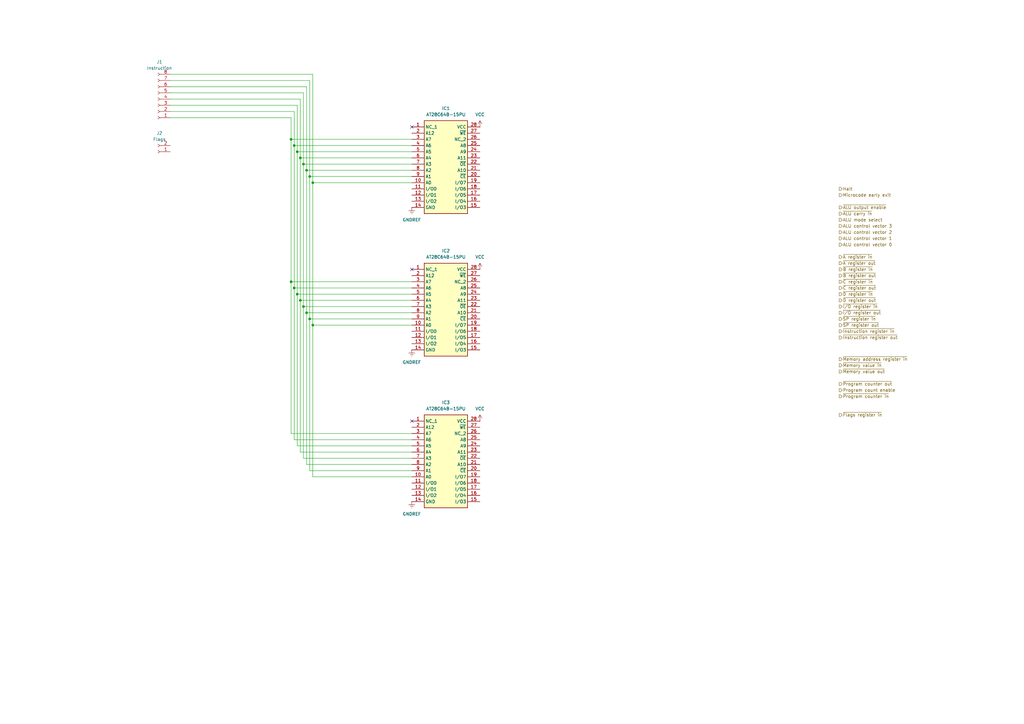
<source format=kicad_sch>
(kicad_sch (version 20231120) (generator "eeschema") (generator_version "8.0")
  (paper "A3")
  (lib_symbols
    (symbol "AT28C64B-15PU:AT28C64B-15PU"
      (property "Reference" "IC" (at 24.13 7.62 0))
      (property "Value" "AT28C64B-15PU" (at 24.13 5.08 0))
      (symbol "AT28C64B-15PU_1_1"
        (rectangle (start 5.08 2.54) (end 22.86 -35.56) (stroke (width 0.254)) (fill (type background)))
        (pin passive line (at 0 0 0) (length 5.08) (name "NC_1") (number "1"))
        (pin passive line (at 0 -22.86 0) (length 5.08) (name "A0") (number "10"))
        (pin passive line (at 0 -25.4 0) (length 5.08) (name "I/O0") (number "11"))
        (pin passive line (at 0 -27.94 0) (length 5.08) (name "I/O1") (number "12"))
        (pin passive line (at 0 -30.48 0) (length 5.08) (name "I/O2") (number "13"))
        (pin passive line (at 0 -33.02 0) (length 5.08) (name "GND") (number "14"))
        (pin passive line (at 27.94 -33.02 180) (length 5.08) (name "I/O3") (number "15"))
        (pin passive line (at 27.94 -30.48 180) (length 5.08) (name "I/O4") (number "16"))
        (pin passive line (at 27.94 -27.94 180) (length 5.08) (name "I/O5") (number "17"))
        (pin passive line (at 27.94 -25.4 180) (length 5.08) (name "I/O6") (number "18"))
        (pin passive line (at 27.94 -22.86 180) (length 5.08) (name "I/O7") (number "19"))
        (pin passive line (at 0 -2.54 0) (length 5.08) (name "A12") (number "2"))
        (pin passive line (at 27.94 -20.32 180) (length 5.08) (name "~{CE}") (number "20"))
        (pin passive line (at 27.94 -17.78 180) (length 5.08) (name "A10") (number "21"))
        (pin passive line (at 27.94 -15.24 180) (length 5.08) (name "~{OE}") (number "22"))
        (pin passive line (at 27.94 -12.7 180) (length 5.08) (name "A11") (number "23"))
        (pin passive line (at 27.94 -10.16 180) (length 5.08) (name "A9") (number "24"))
        (pin passive line (at 27.94 -7.62 180) (length 5.08) (name "A8") (number "25"))
        (pin passive line (at 27.94 -5.08 180) (length 5.08) (name "NC_2") (number "26"))
        (pin passive line (at 27.94 -2.54 180) (length 5.08) (name "~{WE}") (number "27"))
        (pin passive line (at 27.94 0 180) (length 5.08) (name "VCC") (number "28"))
        (pin passive line (at 0 -5.08 0) (length 5.08) (name "A7") (number "3"))
        (pin passive line (at 0 -7.62 0) (length 5.08) (name "A6") (number "4"))
        (pin passive line (at 0 -10.16 0) (length 5.08) (name "A5") (number "5"))
        (pin passive line (at 0 -12.7 0) (length 5.08) (name "A4") (number "6"))
        (pin passive line (at 0 -15.24 0) (length 5.08) (name "A3") (number "7"))
        (pin passive line (at 0 -17.78 0) (length 5.08) (name "A2") (number "8"))
        (pin passive line (at 0 -20.32 0) (length 5.08) (name "A1") (number "9"))
      )
    )
    (symbol "Connector:Conn_01x02_Socket" (pin_names (offset 1.016) hide)
      (property "Reference" "J" (at 0 2.54 0))
      (property "Value" "Conn_01x02_Socket" (at 0 -5.08 0))
      (symbol "Conn_01x02_Socket_1_1"
        (arc (start 0 -2.032) (mid -0.5058 -2.54) (end 0 -3.048) (stroke (width 0.1524)))
        (polyline (pts (xy -1.27 -2.54) (xy -0.508 -2.54)) (stroke (width 0.1524)))
        (polyline (pts (xy -1.27 0) (xy -0.508 0)) (stroke (width 0.1524)))
        (arc (start 0 0.508) (mid -0.5058 0) (end 0 -0.508) (stroke (width 0.1524)))
        (pin passive line (at -5.08 0 0) (length 3.81) (name "Pin_1") (number "1"))
        (pin passive line (at -5.08 -2.54 0) (length 3.81) (name "Pin_2") (number "2"))
      )
    )
    (symbol "Connector:Conn_01x08_Socket" (pin_names (offset 1.016) hide)
      (property "Reference" "J" (at 0 10.16 0))
      (property "Value" "Conn_01x08_Socket" (at 0 -12.7 0))
      (symbol "Conn_01x08_Socket_1_1"
        (arc (start 0 -9.652) (mid -0.5058 -10.16) (end 0 -10.668) (stroke (width 0.1524)))
        (arc (start 0 -7.112) (mid -0.5058 -7.62) (end 0 -8.128) (stroke (width 0.1524)))
        (arc (start 0 -4.572) (mid -0.5058 -5.08) (end 0 -5.588) (stroke (width 0.1524)))
        (arc (start 0 -2.032) (mid -0.5058 -2.54) (end 0 -3.048) (stroke (width 0.1524)))
        (polyline (pts (xy -1.27 -10.16) (xy -0.508 -10.16)) (stroke (width 0.1524)))
        (polyline (pts (xy -1.27 -7.62) (xy -0.508 -7.62)) (stroke (width 0.1524)))
        (polyline (pts (xy -1.27 -5.08) (xy -0.508 -5.08)) (stroke (width 0.1524)))
        (polyline (pts (xy -1.27 -2.54) (xy -0.508 -2.54)) (stroke (width 0.1524)))
        (polyline (pts (xy -1.27 0) (xy -0.508 0)) (stroke (width 0.1524)))
        (polyline (pts (xy -1.27 2.54) (xy -0.508 2.54)) (stroke (width 0.1524)))
        (polyline (pts (xy -1.27 5.08) (xy -0.508 5.08)) (stroke (width 0.1524)))
        (polyline (pts (xy -1.27 7.62) (xy -0.508 7.62)) (stroke (width 0.1524)))
        (arc (start 0 0.508) (mid -0.5058 0) (end 0 -0.508) (stroke (width 0.1524)))
        (arc (start 0 3.048) (mid -0.5058 2.54) (end 0 2.032) (stroke (width 0.1524)))
        (arc (start 0 5.588) (mid -0.5058 5.08) (end 0 4.572) (stroke (width 0.1524)))
        (arc (start 0 8.128) (mid -0.5058 7.62) (end 0 7.112) (stroke (width 0.1524)))
        (pin passive line (at -5.08 7.62 0) (length 3.81) (name "Pin_1") (number "1"))
        (pin passive line (at -5.08 5.08 0) (length 3.81) (name "Pin_2") (number "2"))
        (pin passive line (at -5.08 2.54 0) (length 3.81) (name "Pin_3") (number "3"))
        (pin passive line (at -5.08 0 0) (length 3.81) (name "Pin_4") (number "4"))
        (pin passive line (at -5.08 -2.54 0) (length 3.81) (name "Pin_5") (number "5"))
        (pin passive line (at -5.08 -5.08 0) (length 3.81) (name "Pin_6") (number "6"))
        (pin passive line (at -5.08 -7.62 0) (length 3.81) (name "Pin_7") (number "7"))
        (pin passive line (at -5.08 -10.16 0) (length 3.81) (name "Pin_8") (number "8"))
      )
    )
    (symbol "power:GNDREF" (power) (pin_numbers hide) (pin_names (offset 0) hide)
      (property "Value" "GNDREF" (at 0 -3.81 0))
      (symbol "GNDREF_0_1"
        (polyline (pts (xy -0.635 -1.905) (xy 0.635 -1.905)))
        (polyline (pts (xy -0.127 -2.54) (xy 0.127 -2.54)))
        (polyline (pts (xy 0 -1.27) (xy 0 0)))
        (polyline (pts (xy 1.27 -1.27) (xy -1.27 -1.27)))
      )
      (symbol "GNDREF_1_1"
        (pin power_in line (at 0 0 270) (length 0) (name "~") (number "1"))
      )
    )
    (symbol "power:VCC" (power) (pin_numbers hide) (pin_names (offset 0) hide)
      (property "Value" "VCC" (at 0 3.556 0))
      (symbol "VCC_0_1"
        (polyline (pts (xy -0.762 1.27) (xy 0 2.54)))
        (polyline (pts (xy 0 0) (xy 0 2.54)))
        (polyline (pts (xy 0 2.54) (xy 0.762 1.27)))
      )
      (symbol "VCC_1_1"
        (pin power_in line (at 0 0 90) (length 0) (name "~") (number "1"))
      )
    )
  )
  (junction (at 121.92 62.23))
  (junction (at 127 72.39))
  (junction (at 123.19 64.77))
  (junction (at 120.65 59.69))
  (junction (at 124.46 67.31))
  (junction (at 121.92 120.65))
  (junction (at 120.65 118.11))
  (junction (at 123.19 123.19))
  (junction (at 124.46 125.73))
  (junction (at 119.38 57.15))
  (junction (at 125.73 69.85))
  (junction (at 128.27 74.93))
  (junction (at 125.73 128.27))
  (junction (at 127 130.81))
  (junction (at 119.38 115.57))
  (junction (at 128.27 133.35))
  (no_connect (at 168.91 110.49))
  (no_connect (at 168.91 52.07))
  (no_connect (at 168.91 172.72))
  (wire (pts (xy 168.91 190.5) (xy 125.73 190.5)))
  (wire (pts (xy 125.73 190.5) (xy 125.73 128.27)))
  (wire (pts (xy 127 33.02) (xy 127 72.39)))
  (wire (pts (xy 168.91 123.19) (xy 123.19 123.19)))
  (wire (pts (xy 168.91 133.35) (xy 128.27 133.35)))
  (wire (pts (xy 128.27 74.93) (xy 128.27 133.35)))
  (wire (pts (xy 119.38 177.8) (xy 168.91 177.8)))
  (wire (pts (xy 123.19 64.77) (xy 168.91 64.77)))
  (wire (pts (xy 128.27 30.48) (xy 69.85 30.48)))
  (wire (pts (xy 123.19 123.19) (xy 123.19 185.42)))
  (wire (pts (xy 168.91 185.42) (xy 123.19 185.42)))
  (wire (pts (xy 69.85 33.02) (xy 127 33.02)))
  (wire (pts (xy 69.85 48.26) (xy 119.38 48.26)))
  (wire (pts (xy 125.73 35.56) (xy 69.85 35.56)))
  (wire (pts (xy 124.46 125.73) (xy 124.46 187.96)))
  (wire (pts (xy 127 130.81) (xy 168.91 130.81)))
  (wire (pts (xy 125.73 69.85) (xy 125.73 35.56)))
  (wire (pts (xy 120.65 45.72) (xy 69.85 45.72)))
  (wire (pts (xy 124.46 38.1) (xy 124.46 67.31)))
  (wire (pts (xy 120.65 59.69) (xy 168.91 59.69)))
  (wire (pts (xy 125.73 69.85) (xy 168.91 69.85)))
  (wire (pts (xy 120.65 45.72) (xy 120.65 59.69)))
  (wire (pts (xy 168.91 74.93) (xy 128.27 74.93)))
  (wire (pts (xy 168.91 115.57) (xy 119.38 115.57)))
  (wire (pts (xy 127 130.81) (xy 127 193.04)))
  (wire (pts (xy 123.19 40.64) (xy 123.19 64.77)))
  (wire (pts (xy 124.46 125.73) (xy 168.91 125.73)))
  (wire (pts (xy 69.85 38.1) (xy 124.46 38.1)))
  (wire (pts (xy 127 193.04) (xy 168.91 193.04)))
  (wire (pts (xy 168.91 180.34) (xy 120.65 180.34)))
  (wire (pts (xy 121.92 182.88) (xy 168.91 182.88)))
  (wire (pts (xy 121.92 120.65) (xy 121.92 182.88)))
  (wire (pts (xy 124.46 67.31) (xy 168.91 67.31)))
  (wire (pts (xy 124.46 67.31) (xy 124.46 125.73)))
  (wire (pts (xy 119.38 57.15) (xy 168.91 57.15)))
  (wire (pts (xy 120.65 118.11) (xy 120.65 180.34)))
  (wire (pts (xy 119.38 115.57) (xy 119.38 177.8)))
  (wire (pts (xy 124.46 187.96) (xy 168.91 187.96)))
  (wire (pts (xy 119.38 57.15) (xy 119.38 115.57)))
  (wire (pts (xy 123.19 64.77) (xy 123.19 123.19)))
  (wire (pts (xy 69.85 43.18) (xy 121.92 43.18)))
  (wire (pts (xy 168.91 120.65) (xy 121.92 120.65)))
  (wire (pts (xy 168.91 195.58) (xy 128.27 195.58)))
  (wire (pts (xy 125.73 128.27) (xy 168.91 128.27)))
  (wire (pts (xy 127 72.39) (xy 168.91 72.39)))
  (wire (pts (xy 127 72.39) (xy 127 130.81)))
  (wire (pts (xy 125.73 128.27) (xy 125.73 69.85)))
  (wire (pts (xy 121.92 62.23) (xy 168.91 62.23)))
  (wire (pts (xy 128.27 30.48) (xy 128.27 74.93)))
  (wire (pts (xy 123.19 40.64) (xy 69.85 40.64)))
  (wire (pts (xy 120.65 59.69) (xy 120.65 118.11)))
  (wire (pts (xy 119.38 48.26) (xy 119.38 57.15)))
  (wire (pts (xy 121.92 43.18) (xy 121.92 62.23)))
  (wire (pts (xy 128.27 133.35) (xy 128.27 195.58)))
  (wire (pts (xy 168.91 118.11) (xy 120.65 118.11)))
  (wire (pts (xy 121.92 62.23) (xy 121.92 120.65)))
  (hierarchical_label "~{A register in}" (shape output) (at 344.17 105.41 0))
  (hierarchical_label "~{Program counter out}" (shape output) (at 344.17 157.48 0))
  (hierarchical_label "~{ALU output enable}" (shape output) (at 344.17 85.09 0))
  (hierarchical_label "Microcode early exit" (shape output) (at 344.17 80.01 0))
  (hierarchical_label "~{A register out}" (shape output) (at 344.17 107.95 0))
  (hierarchical_label "ALU control vector 3" (shape output) (at 344.17 92.71 0))
  (hierarchical_label "~{Flags register in}" (shape output) (at 344.17 170.18 0))
  (hierarchical_label "~{Memory value in}" (shape output) (at 344.17 149.86 0))
  (hierarchical_label "~{Program counter in}" (shape output) (at 344.17 162.56 0))
  (hierarchical_label "ALU mode select" (shape output) (at 344.17 90.17 0))
  (hierarchical_label "Program count enable" (shape output) (at 344.17 160.02 0))
  (hierarchical_label "ALU control vector 0" (shape output) (at 344.17 100.33 0))
  (hierarchical_label "~{D register out}" (shape output) (at 344.17 123.19 0))
  (hierarchical_label "~{Instruction register in}" (shape output) (at 344.17 135.89 0))
  (hierarchical_label "~{C register out}" (shape output) (at 344.17 118.11 0))
  (hierarchical_label "~{D register in}" (shape output) (at 344.17 120.65 0))
  (hierarchical_label "~{C register in}" (shape output) (at 344.17 115.57 0))
  (hierarchical_label "ALU control vector 1" (shape output) (at 344.17 97.79 0))
  (hierarchical_label "~{I{slash}O register in}" (shape output) (at 344.17 125.73 0))
  (hierarchical_label "~{B register out}" (shape output) (at 344.17 113.03 0))
  (hierarchical_label "~{SP register in}" (shape output) (at 344.17 130.81 0))
  (hierarchical_label "~{SP register out}" (shape output) (at 344.17 133.35 0))
  (hierarchical_label "~{B register in}" (shape output) (at 344.17 110.49 0))
  (hierarchical_label "Halt" (shape output) (at 344.17 77.47 0))
  (hierarchical_label "~{I{slash}O register out}" (shape output) (at 344.17 128.27 0))
  (hierarchical_label "~{Memory address register in}" (shape output) (at 344.17 147.32 0))
  (hierarchical_label "~{Instruction register out}" (shape output) (at 344.17 138.43 0))
  (hierarchical_label "~{ALU carry in}" (shape output) (at 344.17 87.63 0))
  (hierarchical_label "~{Memory value out}" (shape output) (at 344.17 152.4 0))
  (hierarchical_label "ALU control vector 2" (shape output) (at 344.17 95.25 0))
  (symbol (lib_id "AT28C64B-15PU:AT28C64B-15PU") (at 168.91 110.49 0) (unit 1)
    (property "Reference" "IC2" (at 182.88 102.87 0))
    (property "Value" "AT28C64B-15PU" (at 182.88 105.41 0))
    (property "Footprint" "DIP1556W56P254L3702H483Q28N" (effects (hide yes)))
    (property "Datasheet" "http://www.atmel.com/images/doc0270.pdf" (effects (hide yes)))
    (property "Description" "AT28C64B-15PU, Parallel EEPROM Memory 64kbit, Parallel, 150ns 4.5  5.5 V, 28-Pin PDIP" (effects (hide yes)))
    (property "Height" "4.826" (effects (hide yes)))
    (property "Mouser Part Number" "556-AT28C64B15PU" (effects (hide yes)))
    (property "Mouser Price/Stock" "https://www.mouser.co.uk/ProductDetail/Microchip-Technology/AT28C64B-15PU?qs=2VKgqYuc3OvipbcAuBcLow%3D%3D" (effects (hide yes)))
    (property "Manufacturer_Name" "Microchip" (effects (hide yes)))
    (property "Manufacturer_Part_Number" "AT28C64B-15PU" (effects (hide yes)))
  )
  (symbol (lib_id "Connector:Conn_01x08_Socket") (at 64.77 40.64 180) (unit 1)
    (property "Reference" "J1" (at 65.405 25.4 0))
    (property "Value" "Instruction" (at 65.405 27.94 0))
    (property "Footprint" "Connector_Molex:Molex_PicoBlade_53048-0810_1x08_P1.25mm_Horizontal" (effects (hide yes)))
    (property "Description" "Generic connector, single row, 01x08, script generated" (effects (hide yes)))
  )
  (symbol (lib_id "power:GNDREF") (at 168.91 143.51 0) (unit 1)
    (property "Reference" "#PWR01" (effects (hide yes)))
    (property "Value" "GNDREF" (at 168.91 148.59 0))
    (property "Description" "Power symbol creates a global label with name \"GNDREF\" , reference supply ground" (effects (hide yes)))
  )
  (symbol (lib_id "AT28C64B-15PU:AT28C64B-15PU") (at 168.91 172.72 0) (unit 1)
    (property "Reference" "IC3" (at 182.88 165.1 0))
    (property "Value" "AT28C64B-15PU" (at 182.88 167.64 0))
    (property "Footprint" "DIP1556W56P254L3702H483Q28N" (effects (hide yes)))
    (property "Datasheet" "http://www.atmel.com/images/doc0270.pdf" (effects (hide yes)))
    (property "Description" "AT28C64B-15PU, Parallel EEPROM Memory 64kbit, Parallel, 150ns 4.5  5.5 V, 28-Pin PDIP" (effects (hide yes)))
    (property "Height" "4.826" (effects (hide yes)))
    (property "Mouser Part Number" "556-AT28C64B15PU" (effects (hide yes)))
    (property "Mouser Price/Stock" "https://www.mouser.co.uk/ProductDetail/Microchip-Technology/AT28C64B-15PU?qs=2VKgqYuc3OvipbcAuBcLow%3D%3D" (effects (hide yes)))
    (property "Manufacturer_Name" "Microchip" (effects (hide yes)))
    (property "Manufacturer_Part_Number" "AT28C64B-15PU" (effects (hide yes)))
  )
  (symbol (lib_id "power:VCC") (at 196.85 52.07 0) (unit 1)
    (property "Reference" "#PWR05" (effects (hide yes)))
    (property "Value" "VCC" (at 196.85 46.99 0))
    (property "Description" "Power symbol creates a global label with name \"VCC\"" (effects (hide yes)))
  )
  (symbol (lib_id "Connector:Conn_01x02_Socket") (at 64.77 62.23 180) (unit 1)
    (property "Reference" "J2" (at 65.405 54.61 0))
    (property "Value" "Flags" (at 65.405 57.15 0))
    (property "Footprint" "Connector_Molex:Molex_PicoBlade_53048-0210_1x02_P1.25mm_Horizontal" (effects (hide yes)))
    (property "Description" "Generic connector, single row, 01x02, script generated" (effects (hide yes)))
  )
  (symbol (lib_id "power:GNDREF") (at 168.91 205.74 0) (unit 1)
    (property "Reference" "#PWR03" (effects (hide yes)))
    (property "Value" "GNDREF" (at 168.91 210.82 0))
    (property "Description" "Power symbol creates a global label with name \"GNDREF\" , reference supply ground" (effects (hide yes)))
  )
  (symbol (lib_id "power:GNDREF") (at 168.91 85.09 0) (unit 1)
    (property "Reference" "#PWR02" (effects (hide yes)))
    (property "Value" "GNDREF" (at 168.91 90.17 0))
    (property "Description" "Power symbol creates a global label with name \"GNDREF\" , reference supply ground" (effects (hide yes)))
  )
  (symbol (lib_id "AT28C64B-15PU:AT28C64B-15PU") (at 168.91 52.07 0) (unit 1)
    (property "Reference" "IC1" (at 182.88 44.45 0))
    (property "Value" "AT28C64B-15PU" (at 182.88 46.99 0))
    (property "Footprint" "DIP1556W56P254L3702H483Q28N" (effects (hide yes)))
    (property "Datasheet" "http://www.atmel.com/images/doc0270.pdf" (effects (hide yes)))
    (property "Description" "AT28C64B-15PU, Parallel EEPROM Memory 64kbit, Parallel, 150ns 4.5  5.5 V, 28-Pin PDIP" (effects (hide yes)))
    (property "Height" "4.826" (effects (hide yes)))
    (property "Mouser Part Number" "556-AT28C64B15PU" (effects (hide yes)))
    (property "Mouser Price/Stock" "https://www.mouser.co.uk/ProductDetail/Microchip-Technology/AT28C64B-15PU?qs=2VKgqYuc3OvipbcAuBcLow%3D%3D" (effects (hide yes)))
    (property "Manufacturer_Name" "Microchip" (effects (hide yes)))
    (property "Manufacturer_Part_Number" "AT28C64B-15PU" (effects (hide yes)))
  )
  (symbol (lib_id "power:VCC") (at 196.85 172.72 0) (unit 1)
    (property "Reference" "#PWR06" (effects (hide yes)))
    (property "Value" "VCC" (at 196.85 167.64 0))
    (property "Description" "Power symbol creates a global label with name \"VCC\"" (effects (hide yes)))
  )
  (symbol (lib_id "power:VCC") (at 196.85 110.49 0) (unit 1)
    (property "Reference" "#PWR04" (effects (hide yes)))
    (property "Value" "VCC" (at 196.85 105.41 0))
    (property "Description" "Power symbol creates a global label with name \"VCC\"" (effects (hide yes)))
  )
)
</source>
